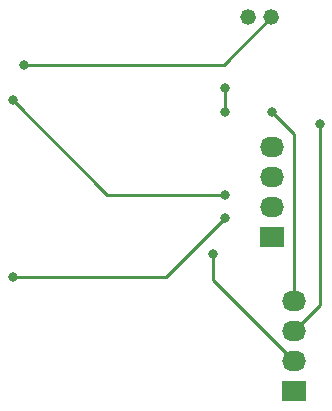
<source format=gbr>
G04 #@! TF.GenerationSoftware,KiCad,Pcbnew,7.0.8*
G04 #@! TF.CreationDate,2024-01-24T14:29:51-05:00*
G04 #@! TF.ProjectId,ESP32 Soil Moisture Sensor,45535033-3220-4536-9f69-6c204d6f6973,rev?*
G04 #@! TF.SameCoordinates,Original*
G04 #@! TF.FileFunction,Copper,L2,Bot*
G04 #@! TF.FilePolarity,Positive*
%FSLAX46Y46*%
G04 Gerber Fmt 4.6, Leading zero omitted, Abs format (unit mm)*
G04 Created by KiCad (PCBNEW 7.0.8) date 2024-01-24 14:29:51*
%MOMM*%
%LPD*%
G01*
G04 APERTURE LIST*
G04 #@! TA.AperFunction,ComponentPad*
%ADD10R,2.030000X1.730000*%
G04 #@! TD*
G04 #@! TA.AperFunction,ComponentPad*
%ADD11O,2.030000X1.730000*%
G04 #@! TD*
G04 #@! TA.AperFunction,ComponentPad*
%ADD12C,1.320800*%
G04 #@! TD*
G04 #@! TA.AperFunction,ViaPad*
%ADD13C,0.800000*%
G04 #@! TD*
G04 #@! TA.AperFunction,Conductor*
%ADD14C,0.250000*%
G04 #@! TD*
G04 APERTURE END LIST*
D10*
X162840000Y-95620000D03*
D11*
X162840000Y-93080000D03*
X162840000Y-90540000D03*
X162840000Y-88000000D03*
D12*
X160895101Y-63982600D03*
X158895099Y-63982600D03*
D10*
X161000000Y-82620000D03*
D11*
X161000000Y-80080000D03*
X161000000Y-77540000D03*
X161000000Y-75000000D03*
D13*
X157000000Y-72000000D03*
X157000000Y-70000000D03*
X165000000Y-73000000D03*
X161000000Y-72000000D03*
X156000000Y-84000000D03*
X140000000Y-68000000D03*
X139000000Y-71000000D03*
X157000000Y-79000000D03*
X139000000Y-86000000D03*
X157000000Y-81000000D03*
D14*
X157000000Y-70000000D02*
X157000000Y-72000000D01*
X165000000Y-88380000D02*
X165000000Y-73000000D01*
X162840000Y-90540000D02*
X165000000Y-88380000D01*
X162840000Y-73840000D02*
X161000000Y-72000000D01*
X162840000Y-88000000D02*
X162840000Y-73840000D01*
X156000000Y-86240000D02*
X156000000Y-84000000D01*
X162840000Y-93080000D02*
X156000000Y-86240000D01*
X156877701Y-68000000D02*
X140000000Y-68000000D01*
X160895101Y-63982600D02*
X156877701Y-68000000D01*
X147000000Y-79000000D02*
X139000000Y-71000000D01*
X157000000Y-79000000D02*
X147000000Y-79000000D01*
X157000000Y-81000000D02*
X152000000Y-86000000D01*
X152000000Y-86000000D02*
X139000000Y-86000000D01*
M02*

</source>
